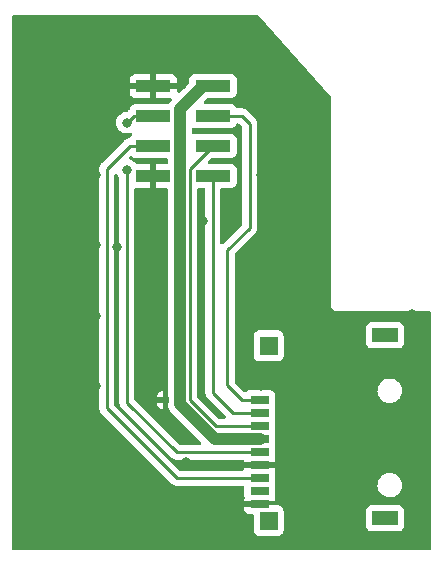
<source format=gbr>
%TF.GenerationSoftware,KiCad,Pcbnew,(6.0.4-0)*%
%TF.CreationDate,2023-01-17T00:41:14-07:00*%
%TF.ProjectId,Gamecube_SD2SP2PRO,47616d65-6375-4626-955f-534432535032,rev?*%
%TF.SameCoordinates,Original*%
%TF.FileFunction,Copper,L1,Top*%
%TF.FilePolarity,Positive*%
%FSLAX46Y46*%
G04 Gerber Fmt 4.6, Leading zero omitted, Abs format (unit mm)*
G04 Created by KiCad (PCBNEW (6.0.4-0)) date 2023-01-17 00:41:14*
%MOMM*%
%LPD*%
G01*
G04 APERTURE LIST*
G04 Aperture macros list*
%AMRoundRect*
0 Rectangle with rounded corners*
0 $1 Rounding radius*
0 $2 $3 $4 $5 $6 $7 $8 $9 X,Y pos of 4 corners*
0 Add a 4 corners polygon primitive as box body*
4,1,4,$2,$3,$4,$5,$6,$7,$8,$9,$2,$3,0*
0 Add four circle primitives for the rounded corners*
1,1,$1+$1,$2,$3*
1,1,$1+$1,$4,$5*
1,1,$1+$1,$6,$7*
1,1,$1+$1,$8,$9*
0 Add four rect primitives between the rounded corners*
20,1,$1+$1,$2,$3,$4,$5,0*
20,1,$1+$1,$4,$5,$6,$7,0*
20,1,$1+$1,$6,$7,$8,$9,0*
20,1,$1+$1,$8,$9,$2,$3,0*%
G04 Aperture macros list end*
%TA.AperFunction,SMDPad,CuDef*%
%ADD10R,1.600000X0.700000*%
%TD*%
%TA.AperFunction,SMDPad,CuDef*%
%ADD11R,2.200000X1.200000*%
%TD*%
%TA.AperFunction,SMDPad,CuDef*%
%ADD12R,1.500000X1.600000*%
%TD*%
%TA.AperFunction,SMDPad,CuDef*%
%ADD13RoundRect,0.140000X0.140000X0.170000X-0.140000X0.170000X-0.140000X-0.170000X0.140000X-0.170000X0*%
%TD*%
%TA.AperFunction,SMDPad,CuDef*%
%ADD14R,3.000000X1.000000*%
%TD*%
%TA.AperFunction,ViaPad*%
%ADD15C,0.800000*%
%TD*%
%TA.AperFunction,Conductor*%
%ADD16C,0.250000*%
%TD*%
%TA.AperFunction,Conductor*%
%ADD17C,1.000000*%
%TD*%
G04 APERTURE END LIST*
D10*
%TO.P,J3,1,DAT2*%
%TO.N,Net-(J2-Pad3)*%
X95550000Y-87800000D03*
%TO.P,J3,2,DAT3/CD*%
%TO.N,Net-(J2-Pad7)*%
X95550000Y-88900000D03*
%TO.P,J3,3,CMD*%
%TO.N,Net-(J2-Pad5)*%
X95550000Y-90000000D03*
%TO.P,J3,4,VDD*%
%TO.N,/+3.3*%
X95550000Y-91100000D03*
%TO.P,J3,5,CLK*%
%TO.N,Net-(J2-Pad4)*%
X95550000Y-92200000D03*
%TO.P,J3,6,VSS*%
%TO.N,GND*%
X95550000Y-93300000D03*
%TO.P,J3,7,DAT0*%
%TO.N,Net-(J2-Pad6)*%
X95550000Y-94400000D03*
%TO.P,J3,8,DAT1*%
%TO.N,unconnected-(J3-Pad8)*%
X95550000Y-95500000D03*
%TO.P,J3,9,SHIELD*%
%TO.N,GND*%
X95550000Y-96600000D03*
D11*
%TO.P,J3,SH*%
%TO.N,N/C*%
X106150000Y-82300000D03*
X106150000Y-97800000D03*
D12*
X96300000Y-83200000D03*
X96300000Y-98000000D03*
%TD*%
D13*
%TO.P,C1,1*%
%TO.N,/+3.3*%
X88580000Y-87800000D03*
%TO.P,C1,2*%
%TO.N,GND*%
X87620000Y-87800000D03*
%TD*%
D14*
%TO.P,J2,1,Pin_1*%
%TO.N,/+3.3*%
X91584000Y-61190000D03*
%TO.P,J2,2,Pin_2*%
%TO.N,GND*%
X86544000Y-61190000D03*
%TO.P,J2,3,Pin_3*%
%TO.N,Net-(J2-Pad3)*%
X91584000Y-63730000D03*
%TO.P,J2,4,Pin_4*%
%TO.N,Net-(J2-Pad4)*%
X86544000Y-63730000D03*
%TO.P,J2,5,Pin_5*%
%TO.N,Net-(J2-Pad5)*%
X91584000Y-66270000D03*
%TO.P,J2,6,Pin_6*%
%TO.N,Net-(J2-Pad6)*%
X86544000Y-66270000D03*
%TO.P,J2,7,Pin_7*%
%TO.N,Net-(J2-Pad7)*%
X91584000Y-68810000D03*
%TO.P,J2,8,Pin_8*%
%TO.N,GND*%
X86544000Y-68810000D03*
%TD*%
D15*
%TO.N,GND*%
X101100000Y-62780569D03*
X108400000Y-98399585D03*
X76500000Y-68733739D03*
X82880000Y-98499585D03*
X102020000Y-98499585D03*
X95640000Y-62780569D03*
X108400000Y-92446416D03*
X98697560Y-98200000D03*
X95640000Y-86593247D03*
X81700000Y-80640077D03*
X108400000Y-86493247D03*
X101100000Y-68733739D03*
X76500000Y-86593247D03*
X102020000Y-92546416D03*
X87224879Y-70900000D03*
X102020000Y-86593247D03*
X81700000Y-68733739D03*
X95640000Y-56800000D03*
X89300000Y-93000000D03*
X76500000Y-80640077D03*
X89260000Y-98499585D03*
X76500000Y-56800000D03*
X98397560Y-92500000D03*
X87224879Y-86593247D03*
X108400000Y-80540077D03*
X92900000Y-72400000D03*
X76500000Y-62780569D03*
X95640000Y-74686908D03*
X87224879Y-80640077D03*
X87224879Y-74686908D03*
X95640000Y-68733739D03*
X82880000Y-62780569D03*
X89000000Y-61100000D03*
X89260000Y-56800000D03*
X81700000Y-86593247D03*
X102020000Y-80640077D03*
X82880000Y-56800000D03*
X83500000Y-74800000D03*
X90700000Y-72600000D03*
X81700000Y-74686908D03*
X82880000Y-92546416D03*
X76500000Y-98499585D03*
X95640000Y-80640077D03*
X101100000Y-74686908D03*
X76500000Y-92546416D03*
X76500000Y-74686908D03*
%TO.N,Net-(J2-Pad4)*%
X84300000Y-68300000D03*
X84300000Y-64300000D03*
%TD*%
D16*
%TO.N,Net-(J2-Pad6)*%
X84530000Y-66270000D02*
X82600000Y-68200000D01*
X82600000Y-68200000D02*
X82600000Y-68429353D01*
X82600000Y-68429353D02*
X82604283Y-68433636D01*
X86544000Y-66270000D02*
X84530000Y-66270000D01*
X82600000Y-74382522D02*
X82604283Y-74386805D01*
X82604283Y-68433636D02*
X82604283Y-69033842D01*
X82604283Y-69033842D02*
X82600000Y-69038125D01*
X82600000Y-69038125D02*
X82600000Y-74382522D01*
X82604283Y-74386805D02*
X82604283Y-88504283D01*
X82604283Y-88504283D02*
X88500000Y-94400000D01*
X88500000Y-94400000D02*
X95550000Y-94400000D01*
%TO.N,Net-(J2-Pad4)*%
X84300000Y-68300000D02*
X84300000Y-88000000D01*
X84300000Y-88000000D02*
X88500000Y-92200000D01*
X88500000Y-92200000D02*
X95550000Y-92200000D01*
D17*
%TO.N,/+3.3*%
X95550000Y-91100000D02*
X91733953Y-91100000D01*
X88800000Y-88166047D02*
X88800000Y-63114978D01*
X91733953Y-91100000D02*
X88800000Y-88166047D01*
X88800000Y-63114978D02*
X90724978Y-61190000D01*
X90724978Y-61190000D02*
X91584000Y-61190000D01*
D16*
%TO.N,Net-(J2-Pad5)*%
X91584000Y-66270000D02*
X89624520Y-68229480D01*
X89624520Y-87824520D02*
X91800000Y-90000000D01*
X89624520Y-68229480D02*
X89624520Y-87824520D01*
X91800000Y-90000000D02*
X95550000Y-90000000D01*
%TO.N,Net-(J2-Pad7)*%
X91584000Y-68810000D02*
X91584000Y-87184000D01*
X91584000Y-87184000D02*
X93300000Y-88900000D01*
X93300000Y-88900000D02*
X95550000Y-88900000D01*
%TO.N,Net-(J2-Pad3)*%
X95550000Y-87800000D02*
X94050000Y-87800000D01*
X94050000Y-87800000D02*
X92800000Y-86550000D01*
X92800000Y-86550000D02*
X92800000Y-75100000D01*
X94700000Y-64400000D02*
X94030000Y-63730000D01*
X94700000Y-73200000D02*
X94700000Y-64400000D01*
X92800000Y-75100000D02*
X94700000Y-73200000D01*
X94030000Y-63730000D02*
X91584000Y-63730000D01*
%TO.N,Net-(J2-Pad4)*%
X84870000Y-63730000D02*
X86544000Y-63730000D01*
X84300000Y-64300000D02*
X84870000Y-63730000D01*
%TD*%
%TA.AperFunction,Conductor*%
%TO.N,GND*%
G36*
X95348835Y-55198502D02*
G01*
X95374586Y-55220452D01*
X101559374Y-62128488D01*
X101589910Y-62192582D01*
X101591500Y-62212534D01*
X101591500Y-79771377D01*
X101591498Y-79772147D01*
X101591024Y-79849721D01*
X101593491Y-79858352D01*
X101599150Y-79878153D01*
X101602728Y-79894915D01*
X101606920Y-79924187D01*
X101610634Y-79932355D01*
X101610634Y-79932356D01*
X101617548Y-79947562D01*
X101623996Y-79965086D01*
X101631051Y-79989771D01*
X101635843Y-79997365D01*
X101635844Y-79997368D01*
X101646830Y-80014780D01*
X101654969Y-80029863D01*
X101667208Y-80056782D01*
X101673069Y-80063584D01*
X101683970Y-80076235D01*
X101695073Y-80091239D01*
X101708776Y-80112958D01*
X101715501Y-80118897D01*
X101715504Y-80118901D01*
X101730938Y-80132532D01*
X101742982Y-80144724D01*
X101756427Y-80160327D01*
X101756430Y-80160329D01*
X101762287Y-80167127D01*
X101769816Y-80172007D01*
X101769817Y-80172008D01*
X101783835Y-80181094D01*
X101798709Y-80192385D01*
X101811217Y-80203431D01*
X101817951Y-80209378D01*
X101844711Y-80221942D01*
X101859691Y-80230263D01*
X101876983Y-80241471D01*
X101876988Y-80241473D01*
X101884515Y-80246352D01*
X101893108Y-80248922D01*
X101893113Y-80248924D01*
X101909120Y-80253711D01*
X101926564Y-80260372D01*
X101941676Y-80267467D01*
X101941678Y-80267468D01*
X101949800Y-80271281D01*
X101958667Y-80272662D01*
X101958668Y-80272662D01*
X101968310Y-80274163D01*
X101979017Y-80275830D01*
X101995732Y-80279613D01*
X102015466Y-80285515D01*
X102015472Y-80285516D01*
X102024066Y-80288086D01*
X102033037Y-80288141D01*
X102033038Y-80288141D01*
X102043097Y-80288202D01*
X102058506Y-80288296D01*
X102059289Y-80288329D01*
X102060386Y-80288500D01*
X102091377Y-80288500D01*
X102092147Y-80288502D01*
X102165785Y-80288952D01*
X102165786Y-80288952D01*
X102169721Y-80288976D01*
X102171065Y-80288592D01*
X102172410Y-80288500D01*
X109929786Y-80288500D01*
X109997907Y-80308502D01*
X110044400Y-80362158D01*
X110055786Y-80414500D01*
X110055786Y-100365500D01*
X110035784Y-100433621D01*
X109982128Y-100480114D01*
X109929786Y-100491500D01*
X74698786Y-100491500D01*
X74630665Y-100471498D01*
X74584172Y-100417842D01*
X74572786Y-100365500D01*
X74572786Y-96994669D01*
X94242001Y-96994669D01*
X94242371Y-97001490D01*
X94247895Y-97052352D01*
X94251521Y-97067604D01*
X94296676Y-97188054D01*
X94305214Y-97203649D01*
X94381715Y-97305724D01*
X94394276Y-97318285D01*
X94496351Y-97394786D01*
X94511946Y-97403324D01*
X94632394Y-97448478D01*
X94647649Y-97452105D01*
X94698514Y-97457631D01*
X94705328Y-97458000D01*
X94915500Y-97458000D01*
X94983621Y-97478002D01*
X95030114Y-97531658D01*
X95041500Y-97584000D01*
X95041500Y-98848134D01*
X95048255Y-98910316D01*
X95099385Y-99046705D01*
X95186739Y-99163261D01*
X95303295Y-99250615D01*
X95439684Y-99301745D01*
X95501866Y-99308500D01*
X97098134Y-99308500D01*
X97160316Y-99301745D01*
X97296705Y-99250615D01*
X97413261Y-99163261D01*
X97500615Y-99046705D01*
X97551745Y-98910316D01*
X97558500Y-98848134D01*
X97558500Y-98448134D01*
X104541500Y-98448134D01*
X104548255Y-98510316D01*
X104599385Y-98646705D01*
X104686739Y-98763261D01*
X104803295Y-98850615D01*
X104939684Y-98901745D01*
X105001866Y-98908500D01*
X107298134Y-98908500D01*
X107360316Y-98901745D01*
X107496705Y-98850615D01*
X107613261Y-98763261D01*
X107700615Y-98646705D01*
X107751745Y-98510316D01*
X107758500Y-98448134D01*
X107758500Y-97151866D01*
X107751745Y-97089684D01*
X107700615Y-96953295D01*
X107613261Y-96836739D01*
X107496705Y-96749385D01*
X107360316Y-96698255D01*
X107298134Y-96691500D01*
X105001866Y-96691500D01*
X104939684Y-96698255D01*
X104803295Y-96749385D01*
X104686739Y-96836739D01*
X104599385Y-96953295D01*
X104548255Y-97089684D01*
X104541500Y-97151866D01*
X104541500Y-98448134D01*
X97558500Y-98448134D01*
X97558500Y-97151866D01*
X97551745Y-97089684D01*
X97500615Y-96953295D01*
X97413261Y-96836739D01*
X97296705Y-96749385D01*
X97160316Y-96698255D01*
X97098134Y-96691500D01*
X95501866Y-96691500D01*
X95439684Y-96698255D01*
X95303295Y-96749385D01*
X95231870Y-96802915D01*
X95197297Y-96828826D01*
X95130791Y-96853674D01*
X95121732Y-96854000D01*
X94260116Y-96854000D01*
X94244877Y-96858475D01*
X94243672Y-96859865D01*
X94242001Y-96867548D01*
X94242001Y-96994669D01*
X74572786Y-96994669D01*
X74572786Y-69018068D01*
X81961780Y-69018068D01*
X81962526Y-69025960D01*
X81965941Y-69062086D01*
X81966500Y-69073944D01*
X81966500Y-74303755D01*
X81965973Y-74314938D01*
X81964298Y-74322431D01*
X81964547Y-74330357D01*
X81964547Y-74330358D01*
X81966438Y-74390508D01*
X81966500Y-74394467D01*
X81966500Y-74422378D01*
X81966997Y-74426312D01*
X81966997Y-74426313D01*
X81967005Y-74426378D01*
X81967938Y-74438215D01*
X81969327Y-74482411D01*
X81969947Y-74484544D01*
X81970783Y-74495172D01*
X81970783Y-88425516D01*
X81970256Y-88436699D01*
X81968581Y-88444192D01*
X81968830Y-88452118D01*
X81968830Y-88452119D01*
X81970721Y-88512269D01*
X81970783Y-88516228D01*
X81970783Y-88544139D01*
X81971280Y-88548073D01*
X81971280Y-88548074D01*
X81971288Y-88548139D01*
X81972221Y-88559976D01*
X81973610Y-88604172D01*
X81979261Y-88623622D01*
X81983270Y-88642983D01*
X81985809Y-88663080D01*
X81988728Y-88670451D01*
X81988728Y-88670453D01*
X82002087Y-88704195D01*
X82005932Y-88715425D01*
X82009249Y-88726843D01*
X82018265Y-88757876D01*
X82022298Y-88764695D01*
X82022300Y-88764700D01*
X82028576Y-88775311D01*
X82037271Y-88793059D01*
X82044731Y-88811900D01*
X82049393Y-88818316D01*
X82049393Y-88818317D01*
X82070719Y-88847670D01*
X82077235Y-88857590D01*
X82092877Y-88884038D01*
X82099741Y-88895645D01*
X82114062Y-88909966D01*
X82126902Y-88924999D01*
X82138811Y-88941390D01*
X82144917Y-88946441D01*
X82172888Y-88969581D01*
X82181667Y-88977571D01*
X87996348Y-94792253D01*
X88003888Y-94800539D01*
X88008000Y-94807018D01*
X88013777Y-94812443D01*
X88057651Y-94853643D01*
X88060493Y-94856398D01*
X88080230Y-94876135D01*
X88083427Y-94878615D01*
X88092447Y-94886318D01*
X88124679Y-94916586D01*
X88131625Y-94920405D01*
X88131628Y-94920407D01*
X88142434Y-94926348D01*
X88158953Y-94937199D01*
X88174959Y-94949614D01*
X88182228Y-94952759D01*
X88182232Y-94952762D01*
X88215537Y-94967174D01*
X88226187Y-94972391D01*
X88264940Y-94993695D01*
X88272615Y-94995666D01*
X88272616Y-94995666D01*
X88284562Y-94998733D01*
X88303267Y-95005137D01*
X88321855Y-95013181D01*
X88329678Y-95014420D01*
X88329688Y-95014423D01*
X88365524Y-95020099D01*
X88377144Y-95022505D01*
X88412289Y-95031528D01*
X88419970Y-95033500D01*
X88440224Y-95033500D01*
X88459934Y-95035051D01*
X88479943Y-95038220D01*
X88487835Y-95037474D01*
X88523961Y-95034059D01*
X88535819Y-95033500D01*
X94115500Y-95033500D01*
X94183621Y-95053502D01*
X94230114Y-95107158D01*
X94241500Y-95159500D01*
X94241500Y-95898134D01*
X94248255Y-95960316D01*
X94251029Y-95967715D01*
X94265562Y-96006482D01*
X94270745Y-96077289D01*
X94265562Y-96094942D01*
X94251522Y-96132394D01*
X94247895Y-96147649D01*
X94242369Y-96198514D01*
X94242000Y-96205328D01*
X94242000Y-96327885D01*
X94246475Y-96343124D01*
X94247865Y-96344329D01*
X94255548Y-96346000D01*
X94605014Y-96346000D01*
X94633165Y-96349301D01*
X94639684Y-96351745D01*
X94647532Y-96352598D01*
X94647534Y-96352598D01*
X94698469Y-96358131D01*
X94701866Y-96358500D01*
X96398134Y-96358500D01*
X96401531Y-96358131D01*
X96452466Y-96352598D01*
X96452468Y-96352598D01*
X96460316Y-96351745D01*
X96466835Y-96349301D01*
X96494986Y-96346000D01*
X96839884Y-96346000D01*
X96855123Y-96341525D01*
X96856328Y-96340135D01*
X96857999Y-96332452D01*
X96857999Y-96205331D01*
X96857629Y-96198510D01*
X96852105Y-96147648D01*
X96848479Y-96132396D01*
X96834438Y-96094942D01*
X96829255Y-96024135D01*
X96834438Y-96006482D01*
X96848971Y-95967715D01*
X96851745Y-95960316D01*
X96858500Y-95898134D01*
X96858500Y-95101866D01*
X96851745Y-95039684D01*
X96848973Y-95032289D01*
X96834705Y-94994229D01*
X96834597Y-94992750D01*
X105511524Y-94992750D01*
X105529894Y-95194596D01*
X105587119Y-95389029D01*
X105589972Y-95394486D01*
X105589973Y-95394489D01*
X105594127Y-95402435D01*
X105681019Y-95568645D01*
X105684879Y-95573445D01*
X105684879Y-95573446D01*
X105690729Y-95580722D01*
X105808019Y-95726601D01*
X105963281Y-95856881D01*
X105968673Y-95859845D01*
X105968677Y-95859848D01*
X106135494Y-95951556D01*
X106140891Y-95954523D01*
X106334084Y-96015807D01*
X106340201Y-96016493D01*
X106340205Y-96016494D01*
X106408328Y-96024135D01*
X106491817Y-96033500D01*
X106601004Y-96033500D01*
X106751713Y-96018723D01*
X106945742Y-95960142D01*
X107124698Y-95864990D01*
X107281763Y-95736890D01*
X107294246Y-95721801D01*
X107407027Y-95585472D01*
X107407029Y-95585469D01*
X107410956Y-95580722D01*
X107507356Y-95402435D01*
X107567290Y-95208820D01*
X107578889Y-95098469D01*
X107587832Y-95013378D01*
X107587832Y-95013377D01*
X107588476Y-95007250D01*
X107570106Y-94805404D01*
X107568074Y-94798498D01*
X107514620Y-94616880D01*
X107512881Y-94610971D01*
X107508951Y-94603452D01*
X107421835Y-94436815D01*
X107418981Y-94431355D01*
X107413630Y-94424699D01*
X107295840Y-94278199D01*
X107291981Y-94273399D01*
X107136719Y-94143119D01*
X107131327Y-94140155D01*
X107131323Y-94140152D01*
X106964506Y-94048444D01*
X106959109Y-94045477D01*
X106765916Y-93984193D01*
X106759799Y-93983507D01*
X106759795Y-93983506D01*
X106685652Y-93975190D01*
X106608183Y-93966500D01*
X106498996Y-93966500D01*
X106348287Y-93981277D01*
X106154258Y-94039858D01*
X105975302Y-94135010D01*
X105818237Y-94263110D01*
X105814310Y-94267857D01*
X105814308Y-94267859D01*
X105692973Y-94414528D01*
X105692971Y-94414531D01*
X105689044Y-94419278D01*
X105592644Y-94597565D01*
X105532710Y-94791180D01*
X105532066Y-94797305D01*
X105532066Y-94797306D01*
X105517363Y-94937199D01*
X105511524Y-94992750D01*
X96834597Y-94992750D01*
X96829522Y-94923422D01*
X96834705Y-94905771D01*
X96848973Y-94867711D01*
X96848973Y-94867709D01*
X96851745Y-94860316D01*
X96858500Y-94798134D01*
X96858500Y-94001866D01*
X96851745Y-93939684D01*
X96834438Y-93893518D01*
X96829255Y-93822711D01*
X96834438Y-93805058D01*
X96848478Y-93767606D01*
X96852105Y-93752351D01*
X96857631Y-93701486D01*
X96858000Y-93694672D01*
X96858000Y-93572115D01*
X96853525Y-93556876D01*
X96852135Y-93555671D01*
X96844452Y-93554000D01*
X96494986Y-93554000D01*
X96466835Y-93550699D01*
X96460316Y-93548255D01*
X96452468Y-93547402D01*
X96452466Y-93547402D01*
X96401531Y-93541869D01*
X96398134Y-93541500D01*
X94701866Y-93541500D01*
X94698469Y-93541869D01*
X94647534Y-93547402D01*
X94647532Y-93547402D01*
X94639684Y-93548255D01*
X94633165Y-93550699D01*
X94605014Y-93554000D01*
X94260116Y-93554000D01*
X94244877Y-93558475D01*
X94243672Y-93559865D01*
X94242001Y-93567548D01*
X94242001Y-93640500D01*
X94221999Y-93708621D01*
X94168343Y-93755114D01*
X94116001Y-93766500D01*
X88814594Y-93766500D01*
X88746473Y-93746498D01*
X88725499Y-93729595D01*
X83274688Y-88278783D01*
X83240662Y-88216471D01*
X83237783Y-88189688D01*
X83237783Y-74465572D01*
X83238310Y-74454389D01*
X83239985Y-74446896D01*
X83237845Y-74378819D01*
X83237783Y-74374860D01*
X83237783Y-74346949D01*
X83237278Y-74342949D01*
X83236345Y-74331106D01*
X83236322Y-74330358D01*
X83234956Y-74286916D01*
X83234336Y-74284783D01*
X83233500Y-74274155D01*
X83233500Y-69146469D01*
X83235641Y-69129517D01*
X83234818Y-69129413D01*
X83235811Y-69121551D01*
X83237783Y-69113872D01*
X83237783Y-69093618D01*
X83239334Y-69073907D01*
X83241263Y-69061728D01*
X83242503Y-69053899D01*
X83238342Y-69009880D01*
X83237783Y-68998023D01*
X83237783Y-68747423D01*
X83257785Y-68679302D01*
X83311441Y-68632809D01*
X83381715Y-68622705D01*
X83446295Y-68652199D01*
X83472901Y-68684422D01*
X83560960Y-68836944D01*
X83634137Y-68918215D01*
X83664853Y-68982221D01*
X83666500Y-69002524D01*
X83666500Y-87921233D01*
X83665973Y-87932416D01*
X83664298Y-87939909D01*
X83664547Y-87947835D01*
X83664547Y-87947836D01*
X83666438Y-88007986D01*
X83666500Y-88011945D01*
X83666500Y-88039856D01*
X83666997Y-88043790D01*
X83666997Y-88043791D01*
X83667005Y-88043856D01*
X83667938Y-88055693D01*
X83669327Y-88099889D01*
X83674534Y-88117811D01*
X83674978Y-88119339D01*
X83678987Y-88138700D01*
X83681526Y-88158797D01*
X83684445Y-88166168D01*
X83684445Y-88166170D01*
X83697804Y-88199912D01*
X83701649Y-88211142D01*
X83711771Y-88245983D01*
X83713982Y-88253593D01*
X83718015Y-88260412D01*
X83718017Y-88260417D01*
X83724293Y-88271028D01*
X83732988Y-88288776D01*
X83740448Y-88307617D01*
X83745110Y-88314033D01*
X83745110Y-88314034D01*
X83766436Y-88343387D01*
X83772952Y-88353307D01*
X83778980Y-88363499D01*
X83795458Y-88391362D01*
X83809779Y-88405683D01*
X83822619Y-88420716D01*
X83834528Y-88437107D01*
X83853756Y-88453014D01*
X83868605Y-88465298D01*
X83877384Y-88473288D01*
X87996348Y-92592253D01*
X88003888Y-92600539D01*
X88008000Y-92607018D01*
X88013777Y-92612443D01*
X88057651Y-92653643D01*
X88060493Y-92656398D01*
X88080230Y-92676135D01*
X88083427Y-92678615D01*
X88092447Y-92686318D01*
X88124679Y-92716586D01*
X88131625Y-92720405D01*
X88131628Y-92720407D01*
X88142434Y-92726348D01*
X88158953Y-92737199D01*
X88174959Y-92749614D01*
X88182228Y-92752759D01*
X88182232Y-92752762D01*
X88215537Y-92767174D01*
X88226187Y-92772391D01*
X88264940Y-92793695D01*
X88272615Y-92795666D01*
X88272616Y-92795666D01*
X88284562Y-92798733D01*
X88303267Y-92805137D01*
X88321855Y-92813181D01*
X88329678Y-92814420D01*
X88329688Y-92814423D01*
X88365524Y-92820099D01*
X88377144Y-92822505D01*
X88412289Y-92831528D01*
X88419970Y-92833500D01*
X88440224Y-92833500D01*
X88459934Y-92835051D01*
X88479943Y-92838220D01*
X88487835Y-92837474D01*
X88523961Y-92834059D01*
X88535819Y-92833500D01*
X94116000Y-92833500D01*
X94184121Y-92853502D01*
X94230614Y-92907158D01*
X94242000Y-92959500D01*
X94242000Y-93027885D01*
X94246475Y-93043124D01*
X94247865Y-93044329D01*
X94255548Y-93046000D01*
X94605014Y-93046000D01*
X94633165Y-93049301D01*
X94639684Y-93051745D01*
X94647532Y-93052598D01*
X94647534Y-93052598D01*
X94698469Y-93058131D01*
X94701866Y-93058500D01*
X96398134Y-93058500D01*
X96401531Y-93058131D01*
X96452466Y-93052598D01*
X96452468Y-93052598D01*
X96460316Y-93051745D01*
X96466835Y-93049301D01*
X96494986Y-93046000D01*
X96839884Y-93046000D01*
X96855123Y-93041525D01*
X96856328Y-93040135D01*
X96857999Y-93032452D01*
X96857999Y-92905331D01*
X96857629Y-92898510D01*
X96852105Y-92847648D01*
X96848479Y-92832396D01*
X96834438Y-92794942D01*
X96829255Y-92724135D01*
X96834438Y-92706482D01*
X96851745Y-92660316D01*
X96858500Y-92598134D01*
X96858500Y-91801866D01*
X96851745Y-91739684D01*
X96834705Y-91694229D01*
X96829522Y-91623422D01*
X96834705Y-91605771D01*
X96848973Y-91567711D01*
X96848973Y-91567709D01*
X96851745Y-91560316D01*
X96853804Y-91541368D01*
X96858131Y-91501531D01*
X96858500Y-91498134D01*
X96858500Y-90701866D01*
X96851745Y-90639684D01*
X96834705Y-90594229D01*
X96829522Y-90523422D01*
X96834705Y-90505771D01*
X96848973Y-90467711D01*
X96848973Y-90467709D01*
X96851745Y-90460316D01*
X96858500Y-90398134D01*
X96858500Y-89601866D01*
X96851745Y-89539684D01*
X96834705Y-89494229D01*
X96829522Y-89423422D01*
X96834705Y-89405771D01*
X96848973Y-89367711D01*
X96848973Y-89367709D01*
X96851745Y-89360316D01*
X96853804Y-89341368D01*
X96858131Y-89301531D01*
X96858500Y-89298134D01*
X96858500Y-88501866D01*
X96856177Y-88480484D01*
X96852598Y-88447534D01*
X96852598Y-88447532D01*
X96851745Y-88439684D01*
X96838999Y-88405683D01*
X96834705Y-88394229D01*
X96829522Y-88323422D01*
X96834705Y-88305771D01*
X96848973Y-88267711D01*
X96848973Y-88267709D01*
X96851745Y-88260316D01*
X96858500Y-88198134D01*
X96858500Y-87401866D01*
X96851745Y-87339684D01*
X96800615Y-87203295D01*
X96713261Y-87086739D01*
X96596705Y-86999385D01*
X96579006Y-86992750D01*
X105511524Y-86992750D01*
X105529894Y-87194596D01*
X105531632Y-87200502D01*
X105531633Y-87200506D01*
X105561899Y-87303339D01*
X105587119Y-87389029D01*
X105589972Y-87394486D01*
X105589973Y-87394489D01*
X105592054Y-87398469D01*
X105681019Y-87568645D01*
X105684879Y-87573445D01*
X105684879Y-87573446D01*
X105686420Y-87575362D01*
X105808019Y-87726601D01*
X105963281Y-87856881D01*
X105968673Y-87859845D01*
X105968677Y-87859848D01*
X106096389Y-87930058D01*
X106140891Y-87954523D01*
X106334084Y-88015807D01*
X106340201Y-88016493D01*
X106340205Y-88016494D01*
X106414348Y-88024810D01*
X106491817Y-88033500D01*
X106601004Y-88033500D01*
X106751713Y-88018723D01*
X106945742Y-87960142D01*
X107124698Y-87864990D01*
X107281763Y-87736890D01*
X107294246Y-87721801D01*
X107407027Y-87585472D01*
X107407029Y-87585469D01*
X107410956Y-87580722D01*
X107507356Y-87402435D01*
X107546504Y-87275970D01*
X107565468Y-87214707D01*
X107565469Y-87214704D01*
X107567290Y-87208820D01*
X107575382Y-87131836D01*
X107587832Y-87013378D01*
X107587832Y-87013377D01*
X107588476Y-87007250D01*
X107570106Y-86805404D01*
X107512881Y-86610971D01*
X107508951Y-86603452D01*
X107421835Y-86436815D01*
X107418981Y-86431355D01*
X107413630Y-86424699D01*
X107295840Y-86278199D01*
X107291981Y-86273399D01*
X107136719Y-86143119D01*
X107131327Y-86140155D01*
X107131323Y-86140152D01*
X106964506Y-86048444D01*
X106959109Y-86045477D01*
X106765916Y-85984193D01*
X106759799Y-85983507D01*
X106759795Y-85983506D01*
X106685652Y-85975190D01*
X106608183Y-85966500D01*
X106498996Y-85966500D01*
X106348287Y-85981277D01*
X106154258Y-86039858D01*
X105975302Y-86135010D01*
X105818237Y-86263110D01*
X105814310Y-86267857D01*
X105814308Y-86267859D01*
X105692973Y-86414528D01*
X105692971Y-86414531D01*
X105689044Y-86419278D01*
X105592644Y-86597565D01*
X105532710Y-86791180D01*
X105532066Y-86797305D01*
X105532066Y-86797306D01*
X105519003Y-86921595D01*
X105511524Y-86992750D01*
X96579006Y-86992750D01*
X96460316Y-86948255D01*
X96398134Y-86941500D01*
X94701866Y-86941500D01*
X94639684Y-86948255D01*
X94503295Y-86999385D01*
X94386739Y-87086739D01*
X94384570Y-87083845D01*
X94337374Y-87109617D01*
X94266559Y-87104552D01*
X94221495Y-87075591D01*
X93470404Y-86324499D01*
X93436379Y-86262187D01*
X93433500Y-86235404D01*
X93433500Y-84048134D01*
X95041500Y-84048134D01*
X95048255Y-84110316D01*
X95099385Y-84246705D01*
X95186739Y-84363261D01*
X95303295Y-84450615D01*
X95439684Y-84501745D01*
X95501866Y-84508500D01*
X97098134Y-84508500D01*
X97160316Y-84501745D01*
X97296705Y-84450615D01*
X97413261Y-84363261D01*
X97500615Y-84246705D01*
X97551745Y-84110316D01*
X97558500Y-84048134D01*
X97558500Y-82948134D01*
X104541500Y-82948134D01*
X104548255Y-83010316D01*
X104599385Y-83146705D01*
X104686739Y-83263261D01*
X104803295Y-83350615D01*
X104939684Y-83401745D01*
X105001866Y-83408500D01*
X107298134Y-83408500D01*
X107360316Y-83401745D01*
X107496705Y-83350615D01*
X107613261Y-83263261D01*
X107700615Y-83146705D01*
X107751745Y-83010316D01*
X107758500Y-82948134D01*
X107758500Y-81651866D01*
X107751745Y-81589684D01*
X107700615Y-81453295D01*
X107613261Y-81336739D01*
X107496705Y-81249385D01*
X107360316Y-81198255D01*
X107298134Y-81191500D01*
X105001866Y-81191500D01*
X104939684Y-81198255D01*
X104803295Y-81249385D01*
X104686739Y-81336739D01*
X104599385Y-81453295D01*
X104548255Y-81589684D01*
X104541500Y-81651866D01*
X104541500Y-82948134D01*
X97558500Y-82948134D01*
X97558500Y-82351866D01*
X97551745Y-82289684D01*
X97500615Y-82153295D01*
X97413261Y-82036739D01*
X97296705Y-81949385D01*
X97160316Y-81898255D01*
X97098134Y-81891500D01*
X95501866Y-81891500D01*
X95439684Y-81898255D01*
X95303295Y-81949385D01*
X95186739Y-82036739D01*
X95099385Y-82153295D01*
X95048255Y-82289684D01*
X95041500Y-82351866D01*
X95041500Y-84048134D01*
X93433500Y-84048134D01*
X93433500Y-75414594D01*
X93453502Y-75346473D01*
X93470405Y-75325499D01*
X95092253Y-73703652D01*
X95100539Y-73696112D01*
X95107018Y-73692000D01*
X95153644Y-73642348D01*
X95156398Y-73639507D01*
X95176135Y-73619770D01*
X95178615Y-73616573D01*
X95186320Y-73607551D01*
X95211159Y-73581100D01*
X95216586Y-73575321D01*
X95220405Y-73568375D01*
X95220407Y-73568372D01*
X95226348Y-73557566D01*
X95237199Y-73541047D01*
X95244758Y-73531301D01*
X95249614Y-73525041D01*
X95252759Y-73517772D01*
X95252762Y-73517768D01*
X95267174Y-73484463D01*
X95272391Y-73473813D01*
X95293695Y-73435060D01*
X95298733Y-73415437D01*
X95305137Y-73396734D01*
X95310033Y-73385420D01*
X95310033Y-73385419D01*
X95313181Y-73378145D01*
X95314420Y-73370322D01*
X95314423Y-73370312D01*
X95320099Y-73334476D01*
X95322505Y-73322856D01*
X95331528Y-73287711D01*
X95331528Y-73287710D01*
X95333500Y-73280030D01*
X95333500Y-73259776D01*
X95335051Y-73240065D01*
X95336980Y-73227886D01*
X95338220Y-73220057D01*
X95334059Y-73176038D01*
X95333500Y-73164181D01*
X95333500Y-64478767D01*
X95334027Y-64467584D01*
X95335702Y-64460091D01*
X95333562Y-64392014D01*
X95333500Y-64388055D01*
X95333500Y-64360144D01*
X95332995Y-64356144D01*
X95332062Y-64344301D01*
X95330922Y-64308029D01*
X95330673Y-64300110D01*
X95325022Y-64280658D01*
X95321014Y-64261306D01*
X95319467Y-64249063D01*
X95318474Y-64241203D01*
X95315556Y-64233832D01*
X95302200Y-64200097D01*
X95298355Y-64188870D01*
X95297721Y-64186687D01*
X95286018Y-64146407D01*
X95275707Y-64128972D01*
X95267012Y-64111224D01*
X95259552Y-64092383D01*
X95233564Y-64056613D01*
X95227048Y-64046693D01*
X95208580Y-64015465D01*
X95208578Y-64015462D01*
X95204542Y-64008638D01*
X95190221Y-63994317D01*
X95177380Y-63979283D01*
X95170132Y-63969307D01*
X95165472Y-63962893D01*
X95133587Y-63936516D01*
X95131407Y-63934712D01*
X95122626Y-63926722D01*
X94533647Y-63337742D01*
X94526113Y-63329463D01*
X94522000Y-63322982D01*
X94472348Y-63276356D01*
X94469507Y-63273602D01*
X94449770Y-63253865D01*
X94446573Y-63251385D01*
X94437551Y-63243680D01*
X94424122Y-63231069D01*
X94405321Y-63213414D01*
X94398375Y-63209595D01*
X94398372Y-63209593D01*
X94387566Y-63203652D01*
X94371047Y-63192801D01*
X94367410Y-63189980D01*
X94355041Y-63180386D01*
X94347772Y-63177241D01*
X94347768Y-63177238D01*
X94314463Y-63162826D01*
X94303813Y-63157609D01*
X94265060Y-63136305D01*
X94245437Y-63131267D01*
X94226734Y-63124863D01*
X94215420Y-63119967D01*
X94215419Y-63119967D01*
X94208145Y-63116819D01*
X94200322Y-63115580D01*
X94200312Y-63115577D01*
X94164476Y-63109901D01*
X94152856Y-63107495D01*
X94117711Y-63098472D01*
X94117710Y-63098472D01*
X94110030Y-63096500D01*
X94089776Y-63096500D01*
X94070065Y-63094949D01*
X94057886Y-63093020D01*
X94050057Y-63091780D01*
X94042165Y-63092526D01*
X94006039Y-63095941D01*
X93994181Y-63096500D01*
X93664382Y-63096500D01*
X93596261Y-63076498D01*
X93549768Y-63022842D01*
X93546401Y-63014731D01*
X93537769Y-62991707D01*
X93537767Y-62991703D01*
X93534615Y-62983295D01*
X93447261Y-62866739D01*
X93330705Y-62779385D01*
X93194316Y-62728255D01*
X93132134Y-62721500D01*
X90923902Y-62721500D01*
X90855781Y-62701498D01*
X90809288Y-62647842D01*
X90799184Y-62577568D01*
X90828678Y-62512988D01*
X90834807Y-62506405D01*
X91105807Y-62235405D01*
X91168119Y-62201379D01*
X91194902Y-62198500D01*
X93132134Y-62198500D01*
X93194316Y-62191745D01*
X93330705Y-62140615D01*
X93447261Y-62053261D01*
X93534615Y-61936705D01*
X93585745Y-61800316D01*
X93592500Y-61738134D01*
X93592500Y-60641866D01*
X93585745Y-60579684D01*
X93534615Y-60443295D01*
X93447261Y-60326739D01*
X93330705Y-60239385D01*
X93194316Y-60188255D01*
X93132134Y-60181500D01*
X90786821Y-60181500D01*
X90773214Y-60180763D01*
X90741716Y-60177341D01*
X90741711Y-60177341D01*
X90735590Y-60176676D01*
X90688874Y-60180763D01*
X90685925Y-60181021D01*
X90674944Y-60181500D01*
X90035866Y-60181500D01*
X89973684Y-60188255D01*
X89837295Y-60239385D01*
X89720739Y-60326739D01*
X89633385Y-60443295D01*
X89582255Y-60579684D01*
X89575500Y-60641866D01*
X89575500Y-60861053D01*
X89555498Y-60929174D01*
X89538600Y-60950143D01*
X88767093Y-61721651D01*
X88704783Y-61755674D01*
X88633968Y-61750610D01*
X88577132Y-61708063D01*
X88552321Y-61641543D01*
X88552000Y-61632554D01*
X88552000Y-61462115D01*
X88547525Y-61446876D01*
X88546135Y-61445671D01*
X88538452Y-61444000D01*
X86816115Y-61444000D01*
X86800876Y-61448475D01*
X86799671Y-61449865D01*
X86798000Y-61457548D01*
X86798000Y-62179884D01*
X86802475Y-62195123D01*
X86803865Y-62196328D01*
X86811548Y-62197999D01*
X87982670Y-62197999D01*
X88050791Y-62218001D01*
X88097284Y-62271657D01*
X88107388Y-62341931D01*
X88079192Y-62404988D01*
X88058686Y-62429426D01*
X88055528Y-62433047D01*
X88053885Y-62434859D01*
X88051691Y-62437053D01*
X88024358Y-62470327D01*
X88023696Y-62471125D01*
X87963846Y-62542452D01*
X87961278Y-62547122D01*
X87957897Y-62551239D01*
X87943780Y-62577568D01*
X87914023Y-62633064D01*
X87913394Y-62634224D01*
X87901312Y-62656201D01*
X87850966Y-62706260D01*
X87790897Y-62721500D01*
X84995866Y-62721500D01*
X84933684Y-62728255D01*
X84797295Y-62779385D01*
X84680739Y-62866739D01*
X84593385Y-62983295D01*
X84542255Y-63119684D01*
X84541402Y-63127537D01*
X84541400Y-63127545D01*
X84541156Y-63129793D01*
X84540478Y-63131425D01*
X84539575Y-63135222D01*
X84538961Y-63135076D01*
X84513911Y-63195353D01*
X84490783Y-63215346D01*
X84491727Y-63216563D01*
X84485466Y-63221420D01*
X84478638Y-63225458D01*
X84464317Y-63239779D01*
X84449284Y-63252619D01*
X84432893Y-63264528D01*
X84427840Y-63270636D01*
X84404708Y-63298598D01*
X84396718Y-63307378D01*
X84349501Y-63354595D01*
X84287189Y-63388621D01*
X84260406Y-63391500D01*
X84204513Y-63391500D01*
X84198061Y-63392872D01*
X84198056Y-63392872D01*
X84111113Y-63411353D01*
X84017712Y-63431206D01*
X84011682Y-63433891D01*
X84011681Y-63433891D01*
X83849278Y-63506197D01*
X83849276Y-63506198D01*
X83843248Y-63508882D01*
X83688747Y-63621134D01*
X83560960Y-63763056D01*
X83465473Y-63928444D01*
X83406458Y-64110072D01*
X83405768Y-64116633D01*
X83405768Y-64116635D01*
X83403356Y-64139582D01*
X83386496Y-64300000D01*
X83406458Y-64489928D01*
X83465473Y-64671556D01*
X83560960Y-64836944D01*
X83565378Y-64841851D01*
X83565379Y-64841852D01*
X83684325Y-64973955D01*
X83688747Y-64978866D01*
X83843248Y-65091118D01*
X83849276Y-65093802D01*
X83849278Y-65093803D01*
X84001540Y-65161594D01*
X84017712Y-65168794D01*
X84109776Y-65188363D01*
X84198056Y-65207128D01*
X84198061Y-65207128D01*
X84204513Y-65208500D01*
X84395487Y-65208500D01*
X84401939Y-65207128D01*
X84401944Y-65207128D01*
X84490224Y-65188363D01*
X84582288Y-65168794D01*
X84588320Y-65166108D01*
X84594600Y-65164068D01*
X84595317Y-65166274D01*
X84655140Y-65158255D01*
X84719436Y-65188363D01*
X84757248Y-65248453D01*
X84756571Y-65319446D01*
X84717619Y-65378803D01*
X84711586Y-65383621D01*
X84680739Y-65406739D01*
X84675358Y-65413919D01*
X84598767Y-65516113D01*
X84598765Y-65516116D01*
X84593385Y-65523295D01*
X84581642Y-65554619D01*
X84580952Y-65556460D01*
X84538311Y-65613225D01*
X84466931Y-65638169D01*
X84438030Y-65639078D01*
X84430110Y-65639327D01*
X84412454Y-65644456D01*
X84410658Y-65644978D01*
X84391306Y-65648986D01*
X84384235Y-65649880D01*
X84371203Y-65651526D01*
X84363834Y-65654443D01*
X84363832Y-65654444D01*
X84330097Y-65667800D01*
X84318869Y-65671645D01*
X84276407Y-65683982D01*
X84269585Y-65688016D01*
X84269579Y-65688019D01*
X84258968Y-65694294D01*
X84241218Y-65702990D01*
X84229756Y-65707528D01*
X84229751Y-65707531D01*
X84222383Y-65710448D01*
X84215968Y-65715109D01*
X84186625Y-65736427D01*
X84176707Y-65742943D01*
X84158019Y-65753995D01*
X84138637Y-65765458D01*
X84124313Y-65779782D01*
X84109281Y-65792621D01*
X84092893Y-65804528D01*
X84064712Y-65838593D01*
X84056722Y-65847373D01*
X82207747Y-67696348D01*
X82199461Y-67703888D01*
X82192982Y-67708000D01*
X82187557Y-67713777D01*
X82146357Y-67757651D01*
X82143602Y-67760493D01*
X82123865Y-67780230D01*
X82121385Y-67783427D01*
X82113682Y-67792447D01*
X82083414Y-67824679D01*
X82079595Y-67831625D01*
X82079593Y-67831628D01*
X82073652Y-67842434D01*
X82062801Y-67858953D01*
X82050386Y-67874959D01*
X82047241Y-67882228D01*
X82047238Y-67882232D01*
X82032826Y-67915537D01*
X82027609Y-67926187D01*
X82006305Y-67964940D01*
X82004334Y-67972615D01*
X82004334Y-67972616D01*
X82001267Y-67984562D01*
X81994863Y-68003266D01*
X81986819Y-68021855D01*
X81985580Y-68029678D01*
X81985577Y-68029688D01*
X81979901Y-68065524D01*
X81977495Y-68077144D01*
X81966500Y-68119970D01*
X81966500Y-68140224D01*
X81964949Y-68159934D01*
X81961780Y-68179943D01*
X81962526Y-68187835D01*
X81965941Y-68223961D01*
X81966500Y-68235819D01*
X81966500Y-68350586D01*
X81965973Y-68361769D01*
X81964298Y-68369262D01*
X81964547Y-68377188D01*
X81964547Y-68377189D01*
X81966438Y-68437339D01*
X81966500Y-68441298D01*
X81966500Y-68469209D01*
X81966997Y-68473143D01*
X81966997Y-68473144D01*
X81967005Y-68473209D01*
X81967938Y-68485046D01*
X81969327Y-68529242D01*
X81969947Y-68531375D01*
X81970783Y-68542003D01*
X81970783Y-68925498D01*
X81968642Y-68942450D01*
X81969465Y-68942554D01*
X81968472Y-68950416D01*
X81966500Y-68958095D01*
X81966500Y-68978349D01*
X81964949Y-68998059D01*
X81961780Y-69018068D01*
X74572786Y-69018068D01*
X74572786Y-61734669D01*
X84536001Y-61734669D01*
X84536371Y-61741490D01*
X84541895Y-61792352D01*
X84545521Y-61807604D01*
X84590676Y-61928054D01*
X84599214Y-61943649D01*
X84675715Y-62045724D01*
X84688276Y-62058285D01*
X84790351Y-62134786D01*
X84805946Y-62143324D01*
X84926394Y-62188478D01*
X84941649Y-62192105D01*
X84992514Y-62197631D01*
X84999328Y-62198000D01*
X86271885Y-62198000D01*
X86287124Y-62193525D01*
X86288329Y-62192135D01*
X86290000Y-62184452D01*
X86290000Y-61462115D01*
X86285525Y-61446876D01*
X86284135Y-61445671D01*
X86276452Y-61444000D01*
X84554116Y-61444000D01*
X84538877Y-61448475D01*
X84537672Y-61449865D01*
X84536001Y-61457548D01*
X84536001Y-61734669D01*
X74572786Y-61734669D01*
X74572786Y-60917885D01*
X84536000Y-60917885D01*
X84540475Y-60933124D01*
X84541865Y-60934329D01*
X84549548Y-60936000D01*
X86271885Y-60936000D01*
X86287124Y-60931525D01*
X86288329Y-60930135D01*
X86290000Y-60922452D01*
X86290000Y-60917885D01*
X86798000Y-60917885D01*
X86802475Y-60933124D01*
X86803865Y-60934329D01*
X86811548Y-60936000D01*
X88533884Y-60936000D01*
X88549123Y-60931525D01*
X88550328Y-60930135D01*
X88551999Y-60922452D01*
X88551999Y-60645331D01*
X88551629Y-60638510D01*
X88546105Y-60587648D01*
X88542479Y-60572396D01*
X88497324Y-60451946D01*
X88488786Y-60436351D01*
X88412285Y-60334276D01*
X88399724Y-60321715D01*
X88297649Y-60245214D01*
X88282054Y-60236676D01*
X88161606Y-60191522D01*
X88146351Y-60187895D01*
X88095486Y-60182369D01*
X88088672Y-60182000D01*
X86816115Y-60182000D01*
X86800876Y-60186475D01*
X86799671Y-60187865D01*
X86798000Y-60195548D01*
X86798000Y-60917885D01*
X86290000Y-60917885D01*
X86290000Y-60200116D01*
X86285525Y-60184877D01*
X86284135Y-60183672D01*
X86276452Y-60182001D01*
X84999331Y-60182001D01*
X84992510Y-60182371D01*
X84941648Y-60187895D01*
X84926396Y-60191521D01*
X84805946Y-60236676D01*
X84790351Y-60245214D01*
X84688276Y-60321715D01*
X84675715Y-60334276D01*
X84599214Y-60436351D01*
X84590676Y-60451946D01*
X84545522Y-60572394D01*
X84541895Y-60587649D01*
X84536369Y-60638514D01*
X84536000Y-60645328D01*
X84536000Y-60917885D01*
X74572786Y-60917885D01*
X74572786Y-55304500D01*
X74592788Y-55236379D01*
X74646444Y-55189886D01*
X74698786Y-55178500D01*
X95280714Y-55178500D01*
X95348835Y-55198502D01*
G37*
%TD.AperFunction*%
%TA.AperFunction,Conductor*%
G36*
X84669117Y-67130953D02*
G01*
X84700648Y-67148182D01*
X84797295Y-67220615D01*
X84933684Y-67271745D01*
X84995866Y-67278500D01*
X87665500Y-67278500D01*
X87733621Y-67298502D01*
X87780114Y-67352158D01*
X87791500Y-67404500D01*
X87791500Y-67676000D01*
X87771498Y-67744121D01*
X87717842Y-67790614D01*
X87665500Y-67802000D01*
X86816115Y-67802000D01*
X86800876Y-67806475D01*
X86799671Y-67807865D01*
X86798000Y-67815548D01*
X86798000Y-69799884D01*
X86802475Y-69815123D01*
X86803865Y-69816328D01*
X86811548Y-69817999D01*
X87665500Y-69817999D01*
X87733621Y-69838001D01*
X87780114Y-69891657D01*
X87791500Y-69943999D01*
X87791500Y-88104204D01*
X87790763Y-88117811D01*
X87786676Y-88155435D01*
X87787213Y-88161570D01*
X87791050Y-88205435D01*
X87791379Y-88210261D01*
X87791500Y-88212733D01*
X87791500Y-88215816D01*
X87791801Y-88218884D01*
X87795690Y-88258553D01*
X87795812Y-88259866D01*
X87799345Y-88300246D01*
X87803913Y-88352460D01*
X87805400Y-88357579D01*
X87805920Y-88362880D01*
X87832791Y-88451881D01*
X87833126Y-88453014D01*
X87850915Y-88514241D01*
X87859091Y-88542383D01*
X87861544Y-88547115D01*
X87863084Y-88552216D01*
X87864759Y-88555367D01*
X87868877Y-88576180D01*
X87868896Y-88576175D01*
X87878475Y-88608798D01*
X87887538Y-88616651D01*
X87916889Y-88653888D01*
X87950108Y-88717973D01*
X87953431Y-88722136D01*
X87955934Y-88726843D01*
X88014755Y-88798965D01*
X88015446Y-88799821D01*
X88046738Y-88839020D01*
X88049242Y-88841524D01*
X88049884Y-88842242D01*
X88053585Y-88846575D01*
X88080935Y-88880109D01*
X88085682Y-88884036D01*
X88085684Y-88884038D01*
X88116262Y-88909334D01*
X88125042Y-88917324D01*
X90559124Y-91351405D01*
X90593149Y-91413717D01*
X90588085Y-91484532D01*
X90545538Y-91541368D01*
X90479018Y-91566179D01*
X90470029Y-91566500D01*
X88814594Y-91566500D01*
X88746473Y-91546498D01*
X88725499Y-91529595D01*
X85264680Y-88068775D01*
X86834937Y-88068775D01*
X86836688Y-88078359D01*
X86878357Y-88221784D01*
X86884604Y-88236220D01*
X86959876Y-88363499D01*
X86969516Y-88375926D01*
X87074074Y-88480484D01*
X87086501Y-88490124D01*
X87213780Y-88565396D01*
X87228216Y-88571643D01*
X87348605Y-88606619D01*
X87362705Y-88606579D01*
X87366000Y-88599309D01*
X87366000Y-88072115D01*
X87361525Y-88056876D01*
X87360135Y-88055671D01*
X87352452Y-88054000D01*
X86851576Y-88054000D01*
X86836781Y-88058344D01*
X86834937Y-88068775D01*
X85264680Y-88068775D01*
X84970405Y-87774500D01*
X84936379Y-87712188D01*
X84933500Y-87685405D01*
X84933500Y-87529609D01*
X86835232Y-87529609D01*
X86838052Y-87543031D01*
X86849513Y-87546000D01*
X87347885Y-87546000D01*
X87363124Y-87541525D01*
X87364329Y-87540135D01*
X87366000Y-87532452D01*
X87366000Y-87006442D01*
X87362027Y-86992911D01*
X87354129Y-86991776D01*
X87228216Y-87028357D01*
X87213780Y-87034604D01*
X87086501Y-87109876D01*
X87074074Y-87119516D01*
X86969516Y-87224074D01*
X86959876Y-87236501D01*
X86884604Y-87363780D01*
X86878357Y-87378216D01*
X86836688Y-87521641D01*
X86835232Y-87529609D01*
X84933500Y-87529609D01*
X84933500Y-69944000D01*
X84953502Y-69875879D01*
X85007158Y-69829386D01*
X85059500Y-69818000D01*
X86271885Y-69818000D01*
X86287124Y-69813525D01*
X86288329Y-69812135D01*
X86290000Y-69804452D01*
X86290000Y-67820116D01*
X86285525Y-67804877D01*
X86284135Y-67803672D01*
X86276452Y-67802001D01*
X85130204Y-67802001D01*
X85062083Y-67781999D01*
X85036568Y-67760311D01*
X84960655Y-67676000D01*
X84911253Y-67621134D01*
X84756752Y-67508882D01*
X84750724Y-67506198D01*
X84750722Y-67506197D01*
X84588319Y-67433891D01*
X84588318Y-67433891D01*
X84582288Y-67431206D01*
X84575833Y-67429834D01*
X84575824Y-67429831D01*
X84547361Y-67423781D01*
X84484888Y-67390053D01*
X84450567Y-67327903D01*
X84455295Y-67257064D01*
X84484464Y-67211440D01*
X84535990Y-67159914D01*
X84598302Y-67125888D01*
X84669117Y-67130953D01*
G37*
%TD.AperFunction*%
%TA.AperFunction,Conductor*%
G36*
X90892621Y-69838502D02*
G01*
X90939114Y-69892158D01*
X90950500Y-69944500D01*
X90950500Y-87105233D01*
X90949973Y-87116416D01*
X90948298Y-87123909D01*
X90948547Y-87131835D01*
X90948547Y-87131836D01*
X90950438Y-87191986D01*
X90950500Y-87195945D01*
X90950500Y-87223856D01*
X90950997Y-87227790D01*
X90950997Y-87227791D01*
X90951005Y-87227856D01*
X90951938Y-87239693D01*
X90953327Y-87283889D01*
X90958978Y-87303339D01*
X90962987Y-87322700D01*
X90965526Y-87342797D01*
X90968445Y-87350168D01*
X90968445Y-87350170D01*
X90981804Y-87383912D01*
X90985649Y-87395142D01*
X90987768Y-87402435D01*
X90997982Y-87437593D01*
X91002015Y-87444412D01*
X91002017Y-87444417D01*
X91008293Y-87455028D01*
X91016988Y-87472776D01*
X91024448Y-87491617D01*
X91029110Y-87498033D01*
X91029110Y-87498034D01*
X91050436Y-87527387D01*
X91056952Y-87537307D01*
X91071624Y-87562115D01*
X91079458Y-87575362D01*
X91093779Y-87589683D01*
X91106619Y-87604716D01*
X91118528Y-87621107D01*
X91124634Y-87626158D01*
X91152605Y-87649298D01*
X91161384Y-87657288D01*
X92655501Y-89151405D01*
X92689527Y-89213717D01*
X92684462Y-89284532D01*
X92641915Y-89341368D01*
X92575395Y-89366179D01*
X92566406Y-89366500D01*
X92114595Y-89366500D01*
X92046474Y-89346498D01*
X92025500Y-89329595D01*
X90294925Y-87599020D01*
X90260899Y-87536708D01*
X90258020Y-87509925D01*
X90258020Y-69944500D01*
X90278022Y-69876379D01*
X90331678Y-69829886D01*
X90384020Y-69818500D01*
X90824500Y-69818500D01*
X90892621Y-69838502D01*
G37*
%TD.AperFunction*%
%TA.AperFunction,Conductor*%
G36*
X93783526Y-64383502D02*
G01*
X93804501Y-64400405D01*
X94029596Y-64625501D01*
X94063621Y-64687813D01*
X94066500Y-64714596D01*
X94066500Y-72885406D01*
X94046498Y-72953527D01*
X94029595Y-72974501D01*
X92432595Y-74571500D01*
X92370283Y-74605526D01*
X92299467Y-74600461D01*
X92242632Y-74557914D01*
X92217821Y-74491394D01*
X92217500Y-74482405D01*
X92217500Y-69944500D01*
X92237502Y-69876379D01*
X92291158Y-69829886D01*
X92343500Y-69818500D01*
X93132134Y-69818500D01*
X93194316Y-69811745D01*
X93330705Y-69760615D01*
X93447261Y-69673261D01*
X93534615Y-69556705D01*
X93585745Y-69420316D01*
X93592500Y-69358134D01*
X93592500Y-68261866D01*
X93585745Y-68199684D01*
X93534615Y-68063295D01*
X93447261Y-67946739D01*
X93330705Y-67859385D01*
X93194316Y-67808255D01*
X93132134Y-67801500D01*
X91252594Y-67801500D01*
X91184473Y-67781498D01*
X91137980Y-67727842D01*
X91127876Y-67657568D01*
X91157370Y-67592988D01*
X91163499Y-67586405D01*
X91434499Y-67315405D01*
X91496811Y-67281379D01*
X91523594Y-67278500D01*
X93132134Y-67278500D01*
X93194316Y-67271745D01*
X93330705Y-67220615D01*
X93447261Y-67133261D01*
X93534615Y-67016705D01*
X93585745Y-66880316D01*
X93592500Y-66818134D01*
X93592500Y-65721866D01*
X93585745Y-65659684D01*
X93534615Y-65523295D01*
X93447261Y-65406739D01*
X93330705Y-65319385D01*
X93194316Y-65268255D01*
X93132134Y-65261500D01*
X90035866Y-65261500D01*
X89973684Y-65268255D01*
X89966286Y-65271028D01*
X89963646Y-65271656D01*
X89892746Y-65267953D01*
X89835102Y-65226507D01*
X89809017Y-65160477D01*
X89808500Y-65149073D01*
X89808500Y-64850927D01*
X89828502Y-64782806D01*
X89882158Y-64736313D01*
X89952432Y-64726209D01*
X89963646Y-64728344D01*
X89966286Y-64728972D01*
X89973684Y-64731745D01*
X90035866Y-64738500D01*
X93132134Y-64738500D01*
X93194316Y-64731745D01*
X93330705Y-64680615D01*
X93447261Y-64593261D01*
X93534615Y-64476705D01*
X93537769Y-64468293D01*
X93546401Y-64445269D01*
X93589043Y-64388505D01*
X93655605Y-64363806D01*
X93664382Y-64363500D01*
X93715405Y-64363500D01*
X93783526Y-64383502D01*
G37*
%TD.AperFunction*%
%TD*%
M02*

</source>
